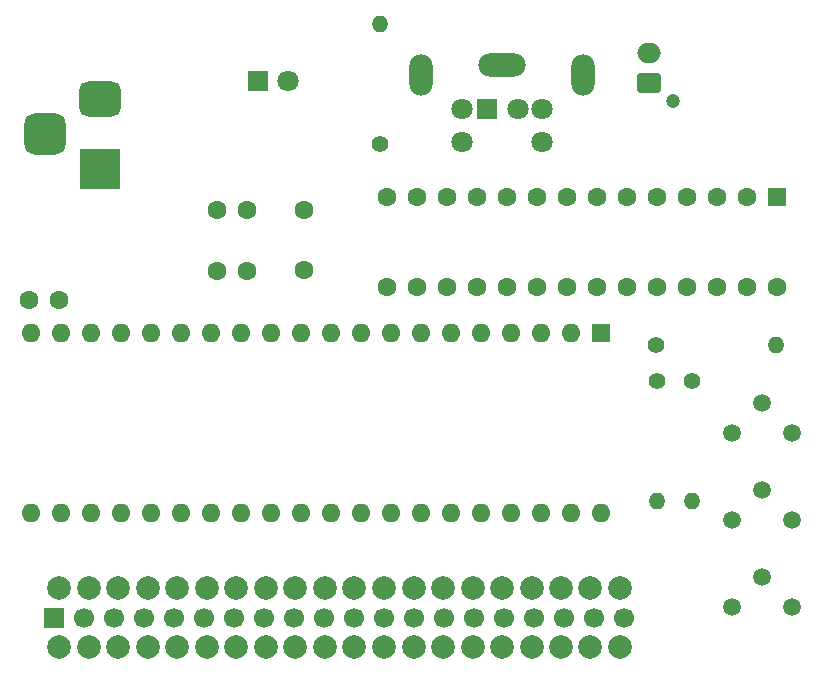
<source format=gbr>
%TF.GenerationSoftware,KiCad,Pcbnew,9.0.3*%
%TF.CreationDate,2025-11-18T23:41:28+00:00*%
%TF.ProjectId,EinsteinTC01PS2Mini,45696e73-7465-4696-9e54-433031505332,rev?*%
%TF.SameCoordinates,Original*%
%TF.FileFunction,Soldermask,Bot*%
%TF.FilePolarity,Negative*%
%FSLAX46Y46*%
G04 Gerber Fmt 4.6, Leading zero omitted, Abs format (unit mm)*
G04 Created by KiCad (PCBNEW 9.0.3) date 2025-11-18 23:41:28*
%MOMM*%
%LPD*%
G01*
G04 APERTURE LIST*
G04 Aperture macros list*
%AMRoundRect*
0 Rectangle with rounded corners*
0 $1 Rounding radius*
0 $2 $3 $4 $5 $6 $7 $8 $9 X,Y pos of 4 corners*
0 Add a 4 corners polygon primitive as box body*
4,1,4,$2,$3,$4,$5,$6,$7,$8,$9,$2,$3,0*
0 Add four circle primitives for the rounded corners*
1,1,$1+$1,$2,$3*
1,1,$1+$1,$4,$5*
1,1,$1+$1,$6,$7*
1,1,$1+$1,$8,$9*
0 Add four rect primitives between the rounded corners*
20,1,$1+$1,$2,$3,$4,$5,0*
20,1,$1+$1,$4,$5,$6,$7,0*
20,1,$1+$1,$6,$7,$8,$9,0*
20,1,$1+$1,$8,$9,$2,$3,0*%
G04 Aperture macros list end*
%ADD10C,2.000000*%
%ADD11C,1.700000*%
%ADD12R,1.700000X1.700000*%
%ADD13C,1.600000*%
%ADD14RoundRect,0.875000X-0.875000X0.875000X-0.875000X-0.875000X0.875000X-0.875000X0.875000X0.875000X0*%
%ADD15RoundRect,0.750000X-1.000000X0.750000X-1.000000X-0.750000X1.000000X-0.750000X1.000000X0.750000X0*%
%ADD16R,3.500000X3.500000*%
%ADD17O,2.000000X3.500000*%
%ADD18O,4.000000X2.000000*%
%ADD19C,1.800000*%
%ADD20R,1.800000X1.800000*%
%ADD21O,1.400000X1.400000*%
%ADD22C,1.400000*%
%ADD23RoundRect,0.250000X-0.550000X0.550000X-0.550000X-0.550000X0.550000X-0.550000X0.550000X0.550000X0*%
%ADD24C,1.200000*%
%ADD25RoundRect,0.250000X0.750000X-0.600000X0.750000X0.600000X-0.750000X0.600000X-0.750000X-0.600000X0*%
%ADD26O,2.000000X1.700000*%
%ADD27C,1.500000*%
%ADD28R,1.600000X1.600000*%
%ADD29O,1.600000X1.600000*%
G04 APERTURE END LIST*
D10*
%TO.C,KB1*%
X219530000Y-131600000D03*
D11*
X219890000Y-129100000D03*
D10*
X219530000Y-126600000D03*
X216990000Y-131600000D03*
D11*
X217350000Y-129100000D03*
D10*
X216990000Y-126600000D03*
X214530000Y-131600000D03*
D11*
X214810000Y-129100000D03*
D10*
X214530000Y-126600000D03*
X212030000Y-131600000D03*
D11*
X212270000Y-129100000D03*
D10*
X212030000Y-126600000D03*
X209530000Y-131600000D03*
D11*
X209730000Y-129100000D03*
D10*
X209530000Y-126600000D03*
X207030000Y-131600000D03*
D11*
X207190000Y-129100000D03*
D10*
X207030000Y-126600000D03*
X204530000Y-131600000D03*
D11*
X204650000Y-129100000D03*
D10*
X204530000Y-126600000D03*
X202030000Y-131600000D03*
D11*
X202110000Y-129100000D03*
D10*
X202030000Y-126600000D03*
X199530000Y-131600000D03*
D11*
X199570000Y-129100000D03*
D10*
X199530000Y-126600000D03*
X197030000Y-131600000D03*
D11*
X197030000Y-129100000D03*
D10*
X197030000Y-126600000D03*
X194530000Y-131600000D03*
D11*
X194490000Y-129100000D03*
D10*
X194530000Y-126600000D03*
X192030000Y-131600000D03*
D11*
X191950000Y-129100000D03*
D10*
X192030000Y-126600000D03*
X189530000Y-131600000D03*
D11*
X189410000Y-129100000D03*
D10*
X189530000Y-126600000D03*
X187030000Y-131600000D03*
D11*
X186870000Y-129100000D03*
D10*
X187030000Y-126600000D03*
X184530000Y-131600000D03*
D11*
X184330000Y-129100000D03*
D10*
X184530000Y-126600000D03*
X182030000Y-131600000D03*
D11*
X181790000Y-129100000D03*
D10*
X182030000Y-126600000D03*
X179530000Y-131600000D03*
D11*
X179250000Y-129100000D03*
D10*
X179530000Y-126600000D03*
X177030000Y-131600000D03*
D11*
X176710000Y-129100000D03*
D10*
X177030000Y-126600000D03*
X174530000Y-131600000D03*
D11*
X174170000Y-129100000D03*
D10*
X174530000Y-126600000D03*
X172030000Y-131600000D03*
D12*
X171630000Y-129100000D03*
D10*
X172030000Y-126600000D03*
%TD*%
D13*
%TO.C,C3*%
X185400000Y-99730000D03*
X187940000Y-99730000D03*
%TD*%
%TO.C,C4*%
X185400000Y-94610000D03*
X187940000Y-94610000D03*
%TD*%
%TO.C,X1*%
X192740000Y-94630000D03*
X192740000Y-99710000D03*
%TD*%
D14*
%TO.C,J1*%
X170820000Y-88160000D03*
D15*
X175520000Y-85160000D03*
D16*
X175520000Y-91160000D03*
%TD*%
D17*
%TO.C,J2*%
X202690000Y-83150000D03*
D18*
X209540000Y-82350000D03*
D17*
X216390000Y-83150000D03*
D19*
X212940000Y-88800000D03*
X206140000Y-88800000D03*
X212940000Y-86000000D03*
X206140000Y-86000000D03*
X210840000Y-86000000D03*
D20*
X208240000Y-86000000D03*
%TD*%
D21*
%TO.C,R8*%
X225620000Y-119195000D03*
D22*
X225620000Y-109035000D03*
%TD*%
D23*
%TO.C,U3*%
X232780000Y-93480000D03*
D13*
X230240000Y-93480000D03*
X227700000Y-93480000D03*
X225160000Y-93480000D03*
X222620000Y-93480000D03*
X220080000Y-93480000D03*
X217540000Y-93480000D03*
X215000000Y-93480000D03*
X212460000Y-93480000D03*
X209920000Y-93480000D03*
X207380000Y-93480000D03*
X204840000Y-93480000D03*
X202300000Y-93480000D03*
X199760000Y-93480000D03*
X199760000Y-101100000D03*
X202300000Y-101100000D03*
X204840000Y-101100000D03*
X207380000Y-101100000D03*
X209920000Y-101100000D03*
X212460000Y-101100000D03*
X215000000Y-101100000D03*
X217540000Y-101100000D03*
X220080000Y-101100000D03*
X222620000Y-101100000D03*
X225160000Y-101100000D03*
X227700000Y-101100000D03*
X230240000Y-101100000D03*
X232780000Y-101100000D03*
%TD*%
D24*
%TO.C,J3*%
X223960000Y-85400000D03*
D25*
X221960000Y-83800000D03*
D26*
X221960000Y-81300000D03*
%TD*%
D13*
%TO.C,C1*%
X172010000Y-102240000D03*
X169470000Y-102240000D03*
%TD*%
D22*
%TO.C,R9*%
X222580000Y-106025000D03*
D21*
X232740000Y-106025000D03*
%TD*%
D27*
%TO.C,Q3*%
X228970000Y-128205000D03*
X231510000Y-125665000D03*
X234050000Y-128205000D03*
%TD*%
%TO.C,Q2*%
X228970000Y-120815000D03*
X231510000Y-118275000D03*
X234050000Y-120815000D03*
%TD*%
D20*
%TO.C,D2*%
X188850000Y-83710000D03*
D19*
X191390000Y-83710000D03*
%TD*%
D22*
%TO.C,R3*%
X199190000Y-88990000D03*
D21*
X199190000Y-78830000D03*
%TD*%
D27*
%TO.C,Q4*%
X228970000Y-113455000D03*
X231510000Y-110915000D03*
X234050000Y-113455000D03*
%TD*%
D22*
%TO.C,R10*%
X222610000Y-109035000D03*
D21*
X222610000Y-119195000D03*
%TD*%
D28*
%TO.C,U1*%
X217910000Y-104980000D03*
D29*
X215370000Y-104980000D03*
X212830000Y-104980000D03*
X210290000Y-104980000D03*
X207750000Y-104980000D03*
X205210000Y-104980000D03*
X202670000Y-104980000D03*
X200130000Y-104980000D03*
X197590000Y-104980000D03*
X195050000Y-104980000D03*
X192510000Y-104980000D03*
X189970000Y-104980000D03*
X187430000Y-104980000D03*
X184890000Y-104980000D03*
X182350000Y-104980000D03*
X179810000Y-104980000D03*
X177270000Y-104980000D03*
X174730000Y-104980000D03*
X172190000Y-104980000D03*
X169650000Y-104980000D03*
X169650000Y-120220000D03*
X172190000Y-120220000D03*
X174730000Y-120220000D03*
X177270000Y-120220000D03*
X179810000Y-120220000D03*
X182350000Y-120220000D03*
X184890000Y-120220000D03*
X187430000Y-120220000D03*
X189970000Y-120220000D03*
X192510000Y-120220000D03*
X195050000Y-120220000D03*
X197590000Y-120220000D03*
X200130000Y-120220000D03*
X202670000Y-120220000D03*
X205210000Y-120220000D03*
X207750000Y-120220000D03*
X210290000Y-120220000D03*
X212830000Y-120220000D03*
X215370000Y-120220000D03*
X217910000Y-120220000D03*
%TD*%
M02*

</source>
